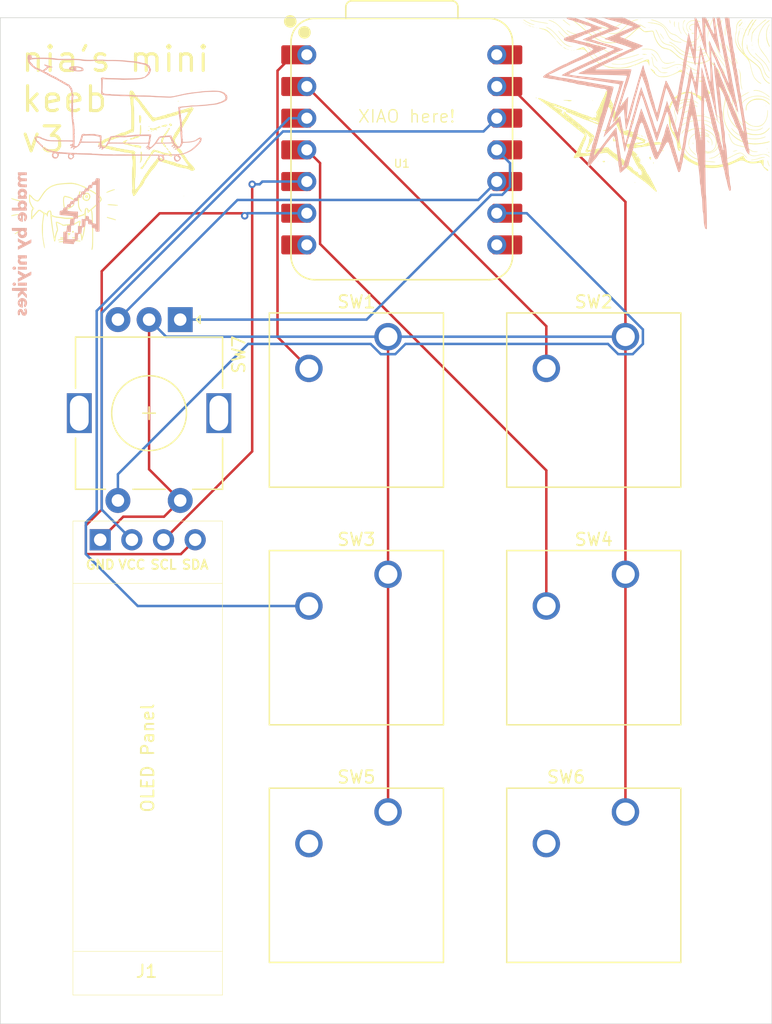
<source format=kicad_pcb>
(kicad_pcb (version 20241229) (generator "pcbnew") (generator_version "9.0")
  (layers (0 "F.Cu" signal) (2 "B.Cu" signal) (13 "F.Paste" user) (15 "B.Paste" user) (5 "F.SilkS" user "F.Silkscreen") (7 "B.SilkS" user "B.Silkscreen") (1 "F.Mask" user) (3 "B.Mask" user) (25 "Edge.Cuts" user))
  (net 0 "")
  (net 1 "Net-(J1-Pin_3)")
  (net 2 "Net-(J1-Pin_4)")
  (net 3 "+5V")
  (net 4 "GND")
  (net 5 "Net-(J1-Pin_2)")
  (net 6 "Net-(U1-GPIO26{slash}ADC0{slash}A0)")
  (net 7 "Net-(U1-GPIO2{slash}SCK)")
  (net 8 "Net-(U1-GPIO4{slash}MISO)")
  (net 9 "Net-(U1-GPIO3{slash}MOSI)")
  (net 11 "Net-(U1-GPIO27{slash}ADC1{slash}A1)")
  (net 12 "Net-(U1-GPIO28{slash}ADC2{slash}A2)")
  (net 13 "Net-(U1-GPIO29{slash}ADC3{slash}A3)")
  (footprint "Button_Switch_Keyboard:SW_Cherry_MX_1.00u_PCB" (layer "F.Cu") (at 93.0275 109.22)
    (property "Reference" "SW2" (at -2.54 -2.794 0) (layer "F.SilkS"))
    (property "Value" "SW_Push")
    (pad "" np_thru_hole circle (at -7.62 5.08) (size 1.7 1.7) (drill 1.7) (layers "*.Cu" "*.Mask"))
    (pad "" np_thru_hole circle (at -2.54 5.08) (size 4 4) (drill 4) (layers "*.Cu" "*.Mask"))
    (pad "" np_thru_hole circle (at 2.54 5.08) (size 1.7 1.7) (drill 1.7) (layers "*.Cu" "*.Mask"))
    (pad "1" thru_hole circle (at 0 0) (size 2.2 2.2) (drill 1.5) (layers "*.Cu" "*.Mask") (net 4 "GND"))
    (pad "2" thru_hole circle (at -6.35 2.54) (size 2.2 2.2) (drill 1.5) (layers "*.Cu" "*.Mask") (net 11 "Net-(U1-GPIO27{slash}ADC1{slash}A1)"))
  )
  (footprint "silkscreen images:st1" (layer "F.Cu") (at 91.501702 93.290547 -90)
    (property "Reference" "G***" (hide yes))
    (property "Value" "LOGO" (hide yes))
  )
  (footprint "Button_Switch_Keyboard:SW_Cherry_MX_1.00u_PCB" (layer "F.Cu") (at 93.0275 147.32)
    (property "Reference" "SW6" (at -4.7625 -2.794 0) (layer "F.SilkS"))
    (property "Value" "SW_Push")
    (pad "" np_thru_hole circle (at -7.62 5.08) (size 1.7 1.7) (drill 1.7) (layers "*.Cu" "*.Mask"))
    (pad "" np_thru_hole circle (at -2.54 5.08) (size 4 4) (drill 4) (layers "*.Cu" "*.Mask"))
    (pad "" np_thru_hole circle (at 2.54 5.08) (size 1.7 1.7) (drill 1.7) (layers "*.Cu" "*.Mask"))
    (pad "1" thru_hole circle (at 0 0) (size 2.2 2.2) (drill 1.5) (layers "*.Cu" "*.Mask") (net 4 "GND"))
    (pad "2" thru_hole circle (at -6.35 2.54) (size 2.2 2.2) (drill 1.5) (layers "*.Cu" "*.Mask"))
  )
  (footprint "Button_Switch_Keyboard:SW_Cherry_MX_1.00u_PCB" (layer "F.Cu") (at 93.0275 128.27)
    (property "Reference" "SW4" (at -2.54 -2.794 0) (layer "F.SilkS"))
    (property "Value" "SW_Push")
    (pad "" np_thru_hole circle (at -7.62 5.08) (size 1.7 1.7) (drill 1.7) (layers "*.Cu" "*.Mask"))
    (pad "" np_thru_hole circle (at -2.54 5.08) (size 4 4) (drill 4) (layers "*.Cu" "*.Mask"))
    (pad "" np_thru_hole circle (at 2.54 5.08) (size 1.7 1.7) (drill 1.7) (layers "*.Cu" "*.Mask"))
    (pad "1" thru_hole circle (at 0 0) (size 2.2 2.2) (drill 1.5) (layers "*.Cu" "*.Mask") (net 4 "GND"))
    (pad "2" thru_hole circle (at -6.35 2.54) (size 2.2 2.2) (drill 1.5) (layers "*.Cu" "*.Mask") (net 13 "Net-(U1-GPIO29{slash}ADC3{slash}A3)"))
  )
  (footprint "Rotary_Encoder:RotaryEncoder_Alps_EC11E-Switch_Vertical_H20mm" (layer "F.Cu") (at 57.3 107.85 -90)
    (property "Reference" "SW7" (at 2.8 -4.7 90) (layer "F.SilkS"))
    (property "Value" "RotaryEncoder_Switch")
    (pad "A" thru_hole rect (at 0 0 270) (size 2 2) (drill 1) (layers "*.Cu" "*.Mask") (net 9 "Net-(U1-GPIO3{slash}MOSI)"))
    (pad "B" thru_hole circle (at 0 5 270) (size 2 2) (drill 1) (layers "*.Cu" "*.Mask") (net 8 "Net-(U1-GPIO4{slash}MISO)"))
    (pad "C" thru_hole circle (at 0 2.5 270) (size 2 2) (drill 1) (layers "*.Cu" "*.Mask") (net 4 "GND"))
    (pad "MP" thru_hole rect (at 7.5 -3.1 270) (size 3.2 2) (drill oval 2.8 1.5) (layers "*.Cu" "*.Mask"))
    (pad "MP" thru_hole rect (at 7.5 8.1 270) (size 3.2 2) (drill oval 2.8 1.5) (layers "*.Cu" "*.Mask"))
    (pad "S1" thru_hole circle (at 14.5 5 270) (size 2 2) (drill 1) (layers "*.Cu" "*.Mask") (net 7 "Net-(U1-GPIO2{slash}SCK)"))
    (pad "S2" thru_hole circle (at 14.5 0 270) (size 2 2) (drill 1) (layers "*.Cu" "*.Mask") (net 4 "GND"))
  )
  (footprint "silkscreen images:corner1" (layer "F.Cu") (at 94.6 89.9 90)
    (property "Reference" "G***" (hide yes))
    (property "Value" "LOGO" (hide yes))
  )
  (footprint "Button_Switch_Keyboard:SW_Cherry_MX_1.00u_PCB" (layer "F.Cu") (at 73.9775 128.27)
    (property "Reference" "SW3" (at -2.54 -2.794 0) (layer "F.SilkS"))
    (property "Value" "SW_Push")
    (pad "" np_thru_hole circle (at -7.62 5.08) (size 1.7 1.7) (drill 1.7) (layers "*.Cu" "*.Mask"))
    (pad "" np_thru_hole circle (at -2.54 5.08) (size 4 4) (drill 4) (layers "*.Cu" "*.Mask"))
    (pad "" np_thru_hole circle (at 2.54 5.08) (size 1.7 1.7) (drill 1.7) (layers "*.Cu" "*.Mask"))
    (pad "1" thru_hole circle (at 0 0) (size 2.2 2.2) (drill 1.5) (layers "*.Cu" "*.Mask") (net 4 "GND"))
    (pad "2" thru_hole circle (at -6.35 2.54) (size 2.2 2.2) (drill 1.5) (layers "*.Cu" "*.Mask") (net 12 "Net-(U1-GPIO28{slash}ADC2{slash}A2)"))
  )
  (footprint "silkscreen images:cat final" (layer "F.Cu") (at 48.1 98.7)
    (property "Reference" "G***" (hide yes))
    (property "Value" "LOGO" (hide yes))
  )
  (footprint "Button_Switch_Keyboard:SW_Cherry_MX_1.00u_PCB" (layer "F.Cu") (at 73.9775 147.32)
    (property "Reference" "SW5" (at -2.54 -2.794 0) (layer "F.SilkS"))
    (property "Value" "SW_Push")
    (pad "" np_thru_hole circle (at -7.62 5.08) (size 1.7 1.7) (drill 1.7) (layers "*.Cu" "*.Mask"))
    (pad "" np_thru_hole circle (at -2.54 5.08) (size 4 4) (drill 4) (layers "*.Cu" "*.Mask"))
    (pad "" np_thru_hole circle (at 2.54 5.08) (size 1.7 1.7) (drill 1.7) (layers "*.Cu" "*.Mask"))
    (pad "1" thru_hole circle (at 0 0) (size 2.2 2.2) (drill 1.5) (layers "*.Cu" "*.Mask") (net 4 "GND"))
    (pad "2" thru_hole circle (at -6.35 2.54) (size 2.2 2.2) (drill 1.5) (layers "*.Cu" "*.Mask"))
  )
  (footprint "silkscreen images:st2" (layer "F.Cu") (at 54.4 93.1)
    (property "Reference" "G***" (hide yes))
    (property "Value" "LOGO" (hide yes))
  )
  (footprint "Button_Switch_Keyboard:SW_Cherry_MX_1.00u_PCB" (layer "F.Cu") (at 73.9775 109.22)
    (property "Reference" "SW1" (at -2.54 -2.794 0) (layer "F.SilkS"))
    (property "Value" "SW_Push")
    (pad "" np_thru_hole circle (at -7.62 5.08) (size 1.7 1.7) (drill 1.7) (layers "*.Cu" "*.Mask"))
    (pad "" np_thru_hole circle (at -2.54 5.08) (size 4 4) (drill 4) (layers "*.Cu" "*.Mask"))
    (pad "" np_thru_hole circle (at 2.54 5.08) (size 1.7 1.7) (drill 1.7) (layers "*.Cu" "*.Mask"))
    (pad "1" thru_hole circle (at 0 0) (size 2.2 2.2) (drill 1.5) (layers "*.Cu" "*.Mask") (net 4 "GND"))
    (pad "2" thru_hole circle (at -6.35 2.54) (size 2.2 2.2) (drill 1.5) (layers "*.Cu" "*.Mask") (net 6 "Net-(U1-GPIO26{slash}ADC0{slash}A0)"))
  )
  (footprint "Seeed Studio XIAO Series Library:XIAO-RP2040-DIP" (layer "F.Cu") (at 75.08 94.24)
    (property "Reference" "U1" (at 0 1.10025 0) (layer "F.SilkS") (effects (font (size 0.635 0.635) (thickness 0.1016))))
    (property "Value" "XIAO-RP2040-DIP")
    (pad "1" smd roundrect (at -8.455 -7.62 180) (size 2.432 1.524) (layers "F.Cu" "F.Mask") (roundrect_rratio 0.1) (net 6 "Net-(U1-GPIO26{slash}ADC0{slash}A0)"))
    (pad "1" thru_hole circle (at -7.62 -7.62 180) (size 1.524 1.524) (drill 0.889) (layers "*.Cu" "*.Mask") (net 6 "Net-(U1-GPIO26{slash}ADC0{slash}A0)"))
    (pad "2" smd roundrect (at -8.455 -5.08 180) (size 2.432 1.524) (layers "F.Cu" "F.Mask") (roundrect_rratio 0.1) (net 11 "Net-(U1-GPIO27{slash}ADC1{slash}A1)"))
    (pad "2" thru_hole circle (at -7.62 -5.08 180) (size 1.524 1.524) (drill 0.889) (layers "*.Cu" "*.Mask") (net 11 "Net-(U1-GPIO27{slash}ADC1{slash}A1)"))
    (pad "3" smd roundrect (at -8.455 -2.54 180) (size 2.432 1.524) (layers "F.Cu" "F.Mask") (roundrect_rratio 0.1) (net 12 "Net-(U1-GPIO28{slash}ADC2{slash}A2)"))
    (pad "3" thru_hole circle (at -7.62 -2.54 180) (size 1.524 1.524) (drill 0.889) (layers "*.Cu" "*.Mask") (net 12 "Net-(U1-GPIO28{slash}ADC2{slash}A2)"))
    (pad "4" smd roundrect (at -8.455 0 180) (size 2.432 1.524) (layers "F.Cu" "F.Mask") (roundrect_rratio 0.1) (net 13 "Net-(U1-GPIO29{slash}ADC3{slash}A3)"))
    (pad "4" thru_hole circle (at -7.62 0 180) (size 1.524 1.524) (drill 0.889) (layers "*.Cu" "*.Mask") (net 13 "Net-(U1-GPIO29{slash}ADC3{slash}A3)"))
    (pad "5" smd roundrect (at -8.455 2.54 180) (size 2.432 1.524) (layers "F.Cu" "F.Mask") (roundrect_rratio 0.1) (net 1 "Net-(J1-Pin_3)"))
    (pad "5" thru_hole circle (at -7.62 2.54 180) (size 1.524 1.524) (drill 0.889) (layers "*.Cu" "*.Mask") (net 1 "Net-(J1-Pin_3)"))
    (pad "6" smd roundrect (at -8.455 5.08 180) (size 2.432 1.524) (layers "F.Cu" "F.Mask") (roundrect_rratio 0.1) (net 2 "Net-(J1-Pin_4)"))
    (pad "6" thru_hole circle (at -7.62 5.08 180) (size 1.524 1.524) (drill 0.889) (layers "*.Cu" "*.Mask") (net 2 "Net-(J1-Pin_4)"))
    (pad "7" smd roundrect (at -8.455 7.62 180) (size 2.432 1.524) (layers "F.Cu" "F.Mask") (roundrect_rratio 0.1))
    (pad "7" thru_hole circle (at -7.62 7.62 180) (size 1.524 1.524) (drill 0.889) (layers "*.Cu" "*.Mask"))
    (pad "8" thru_hole circle (at 7.62 7.62) (size 1.524 1.524) (drill 0.889) (layers "*.Cu" "*.Mask"))
    (pad "8" smd roundrect (at 8.455 7.62) (size 2.432 1.524) (layers "F.Cu" "F.Mask") (roundrect_rratio 0.1))
    (pad "9" thru_hole circle (at 7.62 5.08) (size 1.524 1.524) (drill 0.889) (layers "*.Cu" "*.Mask") (net 7 "Net-(U1-GPIO2{slash}SCK)"))
    (pad "9" smd roundrect (at 8.455 5.08) (size 2.432 1.524) (layers "F.Cu" "F.Mask") (roundrect_rratio 0.1) (net 7 "Net-(U1-GPIO2{slash}SCK)"))
    (pad "10" thru_hole circle (at 7.62 2.54) (size 1.524 1.524) (drill 0.889) (layers "*.Cu" "*.Mask") (net 8 "Net-(U1-GPIO4{slash}MISO)"))
    (pad "10" smd roundrect (at 8.455 2.54) (size 2.432 1.524) (layers "F.Cu" "F.Mask") (roundrect_rratio 0.1) (net 8 "Net-(U1-GPIO4{slash}MISO)"))
    (pad "11" thru_hole circle (at 7.62 0) (size 1.524 1.524) (drill 0.889) (layers "*.Cu" "*.Mask") (net 9 "Net-(U1-GPIO3{slash}MOSI)"))
    (pad "11" smd roundrect (at 8.455 0) (size 2.432 1.524) (layers "F.Cu" "F.Mask") (roundrect_rratio 0.1) (net 9 "Net-(U1-GPIO3{slash}MOSI)"))
    (pad "12" thru_hole circle (at 7.62 -2.54) (size 1.524 1.524) (drill 0.889) (layers "*.Cu" "*.Mask") (net 5 "Net-(J1-Pin_2)"))
    (pad "12" smd roundrect (at 8.455 -2.54) (size 2.432 1.524) (layers "F.Cu" "F.Mask") (roundrect_rratio 0.1) (net 5 "Net-(J1-Pin_2)"))
    (pad "13" thru_hole circle (at 7.62 -5.08) (size 1.524 1.524) (drill 0.889) (layers "*.Cu" "*.Mask") (net 4 "GND"))
    (pad "13" smd roundrect (at 8.455 -5.08) (size 2.432 1.524) (layers "F.Cu" "F.Mask") (roundrect_rratio 0.1) (net 4 "GND"))
    (pad "14" thru_hole circle (at 7.62 -7.62) (size 1.524 1.524) (drill 0.889) (layers "*.Cu" "*.Mask") (net 3 "+5V"))
    (pad "14" smd roundrect (at 8.455 -7.62) (size 2.432 1.524) (layers "F.Cu" "F.Mask") (roundrect_rratio 0.1) (net 3 "+5V"))
  )
  (footprint "OLEDS:SSD1306-0.91-OLED-4pin-128x32" (layer "F.Cu") (at 48.69 162 90)
    (property "Reference" "J1" (at 1.9 5.91 0) (layer "F.SilkS"))
    (property "Value" "Conn_01x04_Pin")
    (fp_text user "VCC" (at 34.5 4.73 0) (layer "F.SilkS") (effects (font (size 0.75 0.75))))
    (fp_text user "SDA" (at 34.5 9.81 0) (layer "F.SilkS") (effects (font (size 0.75 0.75))))
    (fp_text user "GND" (at 34.5 2.19 0) (layer "F.SilkS") (effects (font (size 0.75 0.75))))
    (fp_text user "SCL" (at 34.5 7.27 0) (layer "F.SilkS") (effects (font (size 0.75 0.75))))
    (fp_text user "OLED Panel" (at 19 6 90) (layer "F.SilkS"))
    (pad "1" thru_hole rect (at 36.5 2.19 90) (size 1.7 1.7) (drill 1) (layers "*.Cu" "*.Mask") (net 4 "GND"))
    (pad "2" thru_hole oval (at 36.5 4.73 90) (size 1.7 1.7) (drill 1) (layers "*.Cu" "*.Mask") (net 5 "Net-(J1-Pin_2)"))
    (pad "3" thru_hole oval (at 36.5 7.27 90) (size 1.7 1.7) (drill 1) (layers "*.Cu" "*.Mask") (net 1 "Net-(J1-Pin_3)"))
    (pad "4" thru_hole oval (at 36.5 9.81 90) (size 1.7 1.7) (drill 1) (layers "*.Cu" "*.Mask") (net 2 "Net-(J1-Pin_4)"))
  )
  (footprint "silkscreen images:mousey" (layer "B.Cu") (at 49.5 99.7 180)
    (property "Reference" "G***" (hide yes))
    (property "Value" "LOGO" (hide yes))
  )
  (footprint "silkscreen images:made by final" (layer "B.Cu") (at 44.7 101.8 -90)
    (property "Reference" "G***" (hide yes))
    (property "Value" "LOGO" (hide yes))
  )
  (footprint "silkscreen images:dawg" (layer "B.Cu") (at 52.5 90.388084 180)
    (property "Reference" "G***" (hide yes))
    (property "Value" "LOGO" (hide yes))
  )
  (footprint "silkscreen images:explooooode" (layer "B.Cu") (at 94.7 92.1 180)
    (property "Reference" "G***" (hide yes))
    (property "Value" "LOGO" (hide yes))
  )
  (gr_rect (start 42.8625 83.64375) (end 104.775 164.30625) (stroke (width 0.05)) (fill no) (layer "Edge.Cuts"))
  (gr_text "nia's mini\nkeeb\nv3" (at 44.41 94.57 0) (layer "F.SilkS") (effects (font (size 2 2) (thickness 0.25)) (justify left bottom)))
  (gr_text "XIAO here!" (at 71.5 92.14 0) (layer "F.SilkS") (effects (font (size 1 1) (thickness 0.1)) (justify left bottom)))
  (segment (start 55.989892 125.5) (end 63.075 118.414892) (width 0.2) (layer "F.Cu") (net 1))
  (segment (start 55.96 125.5) (end 55.989892 125.5) (width 0.2) (layer "F.Cu") (net 1))
  (segment (start 63.075 118.414892) (end 63.075 97) (width 0.2) (layer "F.Cu") (net 1))
  (via (at 63.075 97) (size 0.6) (drill 0.3) (layers "F.Cu" "B.Cu") (net 1))
  (segment (start 63.895 96.78) (end 67.46 96.78) (width 0.2) (layer "B.Cu") (net 1))
  (segment (start 63.075 97) (end 63.675 97) (width 0.2) (layer "B.Cu") (net 1))
  (segment (start 63.675 97) (end 63.895 96.78) (width 0.2) (layer "B.Cu") (net 1))
  (segment (start 50.999 123.079) (end 50.999 103.976) (width 0.2) (layer "F.Cu") (net 2))
  (segment (start 49.729 126.651) (end 49.729 124.349) (width 0.2) (layer "F.Cu") (net 2))
  (segment (start 55.65 99.325) (end 62.275 99.325) (width 0.2) (layer "F.Cu") (net 2))
  (segment (start 57.349 126.651) (end 49.729 126.651) (width 0.2) (layer "F.Cu") (net 2))
  (segment (start 50.999 103.976) (end 55.65 99.325) (width 0.2) (layer "F.Cu") (net 2))
  (segment (start 62.275 99.325) (end 62.475 99.525) (width 0.2) (layer "F.Cu") (net 2))
  (segment (start 49.729 124.349) (end 50.999 123.079) (width 0.2) (layer "F.Cu") (net 2))
  (segment (start 58.5 125.5) (end 57.349 126.651) (width 0.2) (layer "F.Cu") (net 2))
  (via (at 62.475 99.525) (size 0.6) (drill 0.3) (layers "F.Cu" "B.Cu") (net 2))
  (segment (start 62.68 99.32) (end 67.46 99.32) (width 0.2) (layer "B.Cu") (net 2))
  (segment (start 62.475 99.525) (end 62.68 99.32) (width 0.2) (layer "B.Cu") (net 2))
  (segment (start 93.0275 128.27) (end 93.0275 147.32) (width 0.2) (layer "F.Cu") (net 4))
  (segment (start 73.9775 128.27) (end 73.9775 147.32) (width 0.2) (layer "F.Cu") (net 4))
  (segment (start 93.0275 98.40987) (end 83.77763 89.16) (width 0.2) (layer "F.Cu") (net 4))
  (segment (start 55.999 123.651) (end 52.729 123.651) (width 0.2) (layer "F.Cu") (net 4))
  (segment (start 93.0275 128.27) (end 93.0275 109.22) (width 0.2) (layer "F.Cu") (net 4))
  (segment (start 93.0275 109.22) (end 93.0275 98.40987) (width 0.2) (layer "F.Cu") (net 4))
  (segment (start 83.77763 89.16) (end 82.7 89.16) (width 0.2) (layer "F.Cu") (net 4))
  (segment (start 52.729 123.651) (end 50.88 125.5) (width 0.2) (layer "F.Cu") (net 4))
  (segment (start 54.8 119.85) (end 54.8 107.85) (width 0.2) (layer "F.Cu") (net 4))
  (segment (start 73.9775 109.22) (end 73.9775 128.27) (width 0.2) (layer "F.Cu") (net 4))
  (segment (start 57.3 122.35) (end 55.999 123.651) (width 0.2) (layer "F.Cu") (net 4))
  (segment (start 57.3 122.35) (end 54.8 119.85) (width 0.2) (layer "F.Cu") (net 4))
  (segment (start 56.17 109.22) (end 73.9775 109.22) (width 0.2) (layer "B.Cu") (net 4))
  (segment (start 54.8 107.85) (end 56.17 109.22) (width 0.2) (layer "B.Cu") (net 4))
  (segment (start 73.9775 109.22) (end 93.0275 109.22) (width 0.2) (layer "B.Cu") (net 4))
  (segment (start 50.999 123.079) (end 50.999 107.311108) (width 0.2) (layer "B.Cu") (net 5))
  (segment (start 53.42 125.5) (end 50.999 123.079) (width 0.2) (layer "B.Cu") (net 5))
  (segment (start 50.999 107.311108) (end 65.547108 92.763) (width 0.2) (layer "B.Cu") (net 5))
  (segment (start 65.547108 92.763) (end 81.637 92.763) (width 0.2) (layer "B.Cu") (net 5))
  (segment (start 81.637 92.763) (end 82.7 91.7) (width 0.2) (layer "B.Cu") (net 5))
  (segment (start 67.6275 111.76) (end 65.108 109.2405) (width 0.2) (layer "F.Cu") (net 6))
  (segment (start 65.108 109.2405) (end 65.108 87.89437) (width 0.2) (layer "F.Cu") (net 6))
  (segment (start 65.108 87.89437) (end 66.38237 86.62) (width 0.2) (layer "F.Cu") (net 6))
  (segment (start 66.38237 86.62) (end 67.46 86.62) (width 0.2) (layer "F.Cu") (net 6))
  (segment (start 52.3 120.248) (end 62.747686 109.800314) (width 0.2) (layer "B.Cu") (net 7))
  (segment (start 75.3785 109.800314) (end 91.6265 109.800314) (width 0.2) (layer "B.Cu") (net 7))
  (segment (start 92.447186 110.621) (end 93.607814 110.621) (width 0.2) (layer "B.Cu") (net 7))
  (segment (start 73.397186 110.621) (end 74.557814 110.621) (width 0.2) (layer "B.Cu") (net 7))
  (segment (start 85.108814 99.32) (end 82.7 99.32) (width 0.2) (layer "B.Cu") (net 7))
  (segment (start 52.3 122.35) (end 52.3 120.248) (width 0.2) (layer "B.Cu") (net 7))
  (segment (start 62.747686 109.800314) (end 72.5765 109.800314) (width 0.2) (layer "B.Cu") (net 7))
  (segment (start 94.4285 108.639686) (end 85.108814 99.32) (width 0.2) (layer "B.Cu") (net 7))
  (segment (start 74.557814 110.621) (end 75.3785 109.800314) (width 0.2) (layer "B.Cu") (net 7))
  (segment (start 72.5765 109.800314) (end 73.397186 110.621) (width 0.2) (layer "B.Cu") (net 7))
  (segment (start 93.607814 110.621) (end 94.4285 109.800314) (width 0.2) (layer "B.Cu") (net 7))
  (segment (start 91.6265 109.800314) (end 92.447186 110.621) (width 0.2) (layer "B.Cu") (net 7))
  (segment (start 94.4285 109.800314) (end 94.4285 108.639686) (width 0.2) (layer "B.Cu") (net 7))
  (segment (start 52.3 107.85) (end 61.893 98.257) (width 0.2) (layer "B.Cu") (net 8))
  (segment (start 61.893 98.257) (end 81.223 98.257) (width 0.2) (layer "B.Cu") (net 8))
  (segment (start 81.223 98.257) (end 82.7 96.78) (width 0.2) (layer "B.Cu") (net 8))
  (segment (start 57.3 107.85) (end 72.25269 107.85) (width 0.2) (layer "B.Cu") (net 9))
  (segment (start 83.763 97.22031) (end 83.763 95.303) (width 0.2) (layer "B.Cu") (net 9))
  (segment (start 83.763 95.303) (end 82.7 94.24) (width 0.2) (layer "B.Cu") (net 9))
  (segment (start 83.14031 97.843) (end 83.763 97.22031) (width 0.2) (layer "B.Cu") (net 9))
  (segment (start 82.25969 97.843) (end 83.14031 97.843) (width 0.2) (layer "B.Cu") (net 9))
  (segment (start 72.25269 107.85) (end 82.25969 97.843) (width 0.2) (layer "B.Cu") (net 9))
  (segment (start 86.6775 111.76) (end 86.6775 108.3775) (width 0.2) (layer "F.Cu") (net 11))
  (segment (start 86.6775 108.3775) (end 67.46 89.16) (width 0.2) (layer "F.Cu") (net 11))
  (segment (start 67.6275 130.81) (end 53.888 130.81) (width 0.2) (layer "B.Cu") (net 12))
  (segment (start 50.598 123.2451) (end 50.598 107.145008) (width 0.2) (layer "B.Cu") (net 12))
  (segment (start 66.043008 91.7) (end 67.46 91.7) (width 0.2) (layer "B.Cu") (net 12))
  (segment (start 50.598 107.145008) (end 66.043008 91.7) (width 0.2) (layer "B.Cu") (net 12))
  (segment (start 49.729 124.1141) (end 50.598 123.2451) (width 0.2) (layer "B.Cu") (net 12))
  (segment (start 49.729 126.651) (end 49.729 124.1141) (width 0.2) (layer "B.Cu") (net 12))
  (segment (start 53.888 130.81) (end 49.729 126.651) (width 0.2) (layer "B.Cu") (net 12))
  (segment (start 68.523 95.303) (end 67.46 94.24) (width 0.2) (layer "F.Cu") (net 13))
  (segment (start 68.523 101.784186) (end 68.523 95.303) (width 0.2) (layer "F.Cu") (net 13))
  (segment (start 86.6775 130.81) (end 86.6775 119.938686) (width 0.2) (layer "F.Cu") (net 13))
  (segment (start 86.6775 119.938686) (end 68.523 101.784186) (width 0.2) (layer "F.Cu") (net 13))
)
</source>
